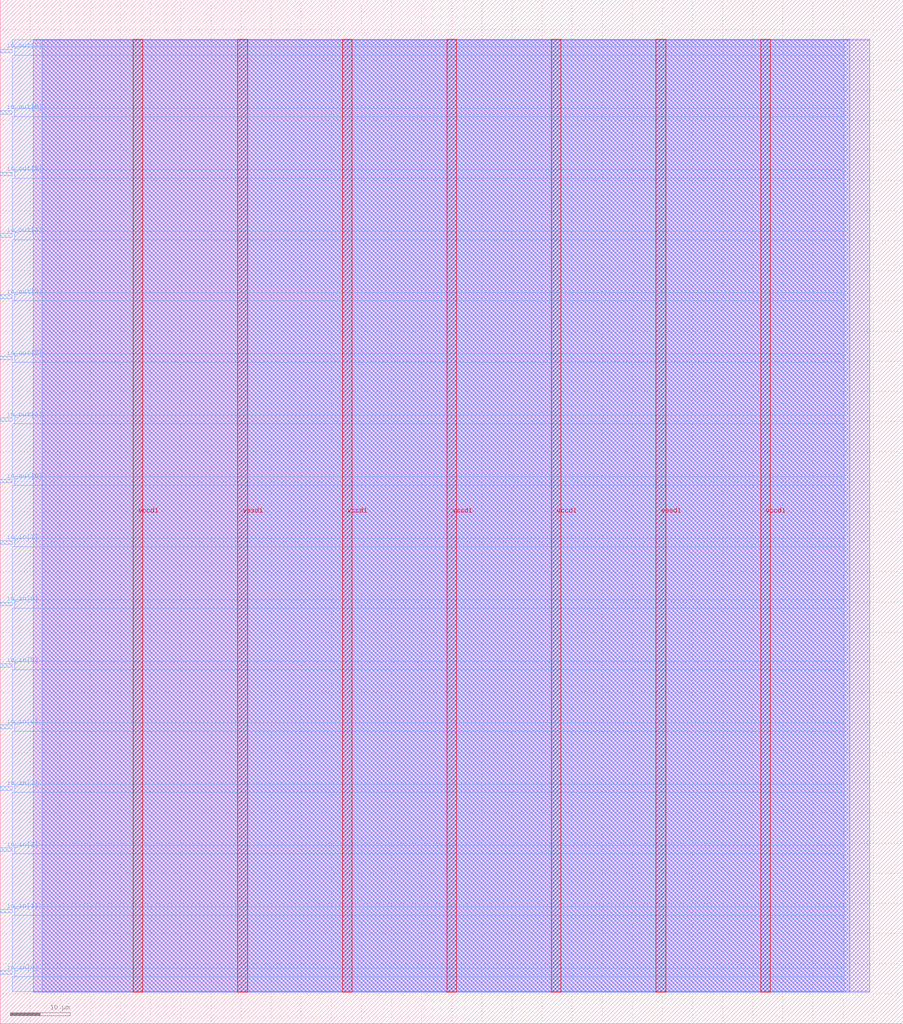
<source format=lef>
VERSION 5.7 ;
  NOWIREEXTENSIONATPIN ON ;
  DIVIDERCHAR "/" ;
  BUSBITCHARS "[]" ;
MACRO gregdavill_serv_top
  CLASS BLOCK ;
  FOREIGN gregdavill_serv_top ;
  ORIGIN 0.000 0.000 ;
  SIZE 150.000 BY 170.000 ;
  PIN io_in[0]
    DIRECTION INPUT ;
    USE SIGNAL ;
    PORT
      LAYER met3 ;
        RECT 0.000 8.200 2.000 8.800 ;
    END
  END io_in[0]
  PIN io_in[1]
    DIRECTION INPUT ;
    USE SIGNAL ;
    PORT
      LAYER met3 ;
        RECT 0.000 18.400 2.000 19.000 ;
    END
  END io_in[1]
  PIN io_in[2]
    DIRECTION INPUT ;
    USE SIGNAL ;
    PORT
      LAYER met3 ;
        RECT 0.000 28.600 2.000 29.200 ;
    END
  END io_in[2]
  PIN io_in[3]
    DIRECTION INPUT ;
    USE SIGNAL ;
    PORT
      LAYER met3 ;
        RECT 0.000 38.800 2.000 39.400 ;
    END
  END io_in[3]
  PIN io_in[4]
    DIRECTION INPUT ;
    USE SIGNAL ;
    PORT
      LAYER met3 ;
        RECT 0.000 49.000 2.000 49.600 ;
    END
  END io_in[4]
  PIN io_in[5]
    DIRECTION INPUT ;
    USE SIGNAL ;
    PORT
      LAYER met3 ;
        RECT 0.000 59.200 2.000 59.800 ;
    END
  END io_in[5]
  PIN io_in[6]
    DIRECTION INPUT ;
    USE SIGNAL ;
    PORT
      LAYER met3 ;
        RECT 0.000 69.400 2.000 70.000 ;
    END
  END io_in[6]
  PIN io_in[7]
    DIRECTION INPUT ;
    USE SIGNAL ;
    PORT
      LAYER met3 ;
        RECT 0.000 79.600 2.000 80.200 ;
    END
  END io_in[7]
  PIN io_out[0]
    DIRECTION OUTPUT TRISTATE ;
    USE SIGNAL ;
    PORT
      LAYER met3 ;
        RECT 0.000 89.800 2.000 90.400 ;
    END
  END io_out[0]
  PIN io_out[1]
    DIRECTION OUTPUT TRISTATE ;
    USE SIGNAL ;
    PORT
      LAYER met3 ;
        RECT 0.000 100.000 2.000 100.600 ;
    END
  END io_out[1]
  PIN io_out[2]
    DIRECTION OUTPUT TRISTATE ;
    USE SIGNAL ;
    PORT
      LAYER met3 ;
        RECT 0.000 110.200 2.000 110.800 ;
    END
  END io_out[2]
  PIN io_out[3]
    DIRECTION OUTPUT TRISTATE ;
    USE SIGNAL ;
    PORT
      LAYER met3 ;
        RECT 0.000 120.400 2.000 121.000 ;
    END
  END io_out[3]
  PIN io_out[4]
    DIRECTION OUTPUT TRISTATE ;
    USE SIGNAL ;
    PORT
      LAYER met3 ;
        RECT 0.000 130.600 2.000 131.200 ;
    END
  END io_out[4]
  PIN io_out[5]
    DIRECTION OUTPUT TRISTATE ;
    USE SIGNAL ;
    PORT
      LAYER met3 ;
        RECT 0.000 140.800 2.000 141.400 ;
    END
  END io_out[5]
  PIN io_out[6]
    DIRECTION OUTPUT TRISTATE ;
    USE SIGNAL ;
    PORT
      LAYER met3 ;
        RECT 0.000 151.000 2.000 151.600 ;
    END
  END io_out[6]
  PIN io_out[7]
    DIRECTION OUTPUT TRISTATE ;
    USE SIGNAL ;
    PORT
      LAYER met3 ;
        RECT 0.000 161.200 2.000 161.800 ;
    END
  END io_out[7]
  PIN vccd1
    DIRECTION INOUT ;
    USE POWER ;
    PORT
      LAYER met4 ;
        RECT 22.090 5.200 23.690 163.440 ;
    END
    PORT
      LAYER met4 ;
        RECT 56.830 5.200 58.430 163.440 ;
    END
    PORT
      LAYER met4 ;
        RECT 91.570 5.200 93.170 163.440 ;
    END
    PORT
      LAYER met4 ;
        RECT 126.310 5.200 127.910 163.440 ;
    END
  END vccd1
  PIN vssd1
    DIRECTION INOUT ;
    USE GROUND ;
    PORT
      LAYER met4 ;
        RECT 39.460 5.200 41.060 163.440 ;
    END
    PORT
      LAYER met4 ;
        RECT 74.200 5.200 75.800 163.440 ;
    END
    PORT
      LAYER met4 ;
        RECT 108.940 5.200 110.540 163.440 ;
    END
  END vssd1
  OBS
      LAYER li1 ;
        RECT 5.520 5.355 144.440 163.285 ;
      LAYER met1 ;
        RECT 5.520 5.200 144.440 163.440 ;
      LAYER met2 ;
        RECT 7.000 5.255 141.120 163.385 ;
      LAYER met3 ;
        RECT 2.000 162.200 140.235 163.365 ;
        RECT 2.400 160.800 140.235 162.200 ;
        RECT 2.000 152.000 140.235 160.800 ;
        RECT 2.400 150.600 140.235 152.000 ;
        RECT 2.000 141.800 140.235 150.600 ;
        RECT 2.400 140.400 140.235 141.800 ;
        RECT 2.000 131.600 140.235 140.400 ;
        RECT 2.400 130.200 140.235 131.600 ;
        RECT 2.000 121.400 140.235 130.200 ;
        RECT 2.400 120.000 140.235 121.400 ;
        RECT 2.000 111.200 140.235 120.000 ;
        RECT 2.400 109.800 140.235 111.200 ;
        RECT 2.000 101.000 140.235 109.800 ;
        RECT 2.400 99.600 140.235 101.000 ;
        RECT 2.000 90.800 140.235 99.600 ;
        RECT 2.400 89.400 140.235 90.800 ;
        RECT 2.000 80.600 140.235 89.400 ;
        RECT 2.400 79.200 140.235 80.600 ;
        RECT 2.000 70.400 140.235 79.200 ;
        RECT 2.400 69.000 140.235 70.400 ;
        RECT 2.000 60.200 140.235 69.000 ;
        RECT 2.400 58.800 140.235 60.200 ;
        RECT 2.000 50.000 140.235 58.800 ;
        RECT 2.400 48.600 140.235 50.000 ;
        RECT 2.000 39.800 140.235 48.600 ;
        RECT 2.400 38.400 140.235 39.800 ;
        RECT 2.000 29.600 140.235 38.400 ;
        RECT 2.400 28.200 140.235 29.600 ;
        RECT 2.000 19.400 140.235 28.200 ;
        RECT 2.400 18.000 140.235 19.400 ;
        RECT 2.000 9.200 140.235 18.000 ;
        RECT 2.400 7.800 140.235 9.200 ;
        RECT 2.000 5.275 140.235 7.800 ;
  END
END gregdavill_serv_top
END LIBRARY


</source>
